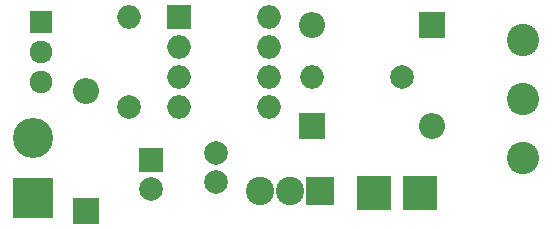
<source format=gbr>
G04 #@! TF.FileFunction,Soldermask,Bot*
%FSLAX46Y46*%
G04 Gerber Fmt 4.6, Leading zero omitted, Abs format (unit mm)*
G04 Created by KiCad (PCBNEW 4.0.7) date 01/30/18 23:47:30*
%MOMM*%
%LPD*%
G01*
G04 APERTURE LIST*
%ADD10C,0.100000*%
%ADD11R,2.000000X2.000000*%
%ADD12O,2.000000X2.000000*%
%ADD13C,2.000000*%
%ADD14R,3.400000X3.400000*%
%ADD15C,3.400000*%
%ADD16C,2.740000*%
%ADD17R,2.200000X2.200000*%
%ADD18O,2.200000X2.200000*%
%ADD19R,2.900000X2.900000*%
%ADD20R,2.400000X2.400000*%
%ADD21C,2.400000*%
%ADD22C,1.920000*%
%ADD23R,1.920000X1.920000*%
G04 APERTURE END LIST*
D10*
D11*
X115595400Y-73152000D03*
D12*
X123215400Y-80772000D03*
X115595400Y-75692000D03*
X123215400Y-78232000D03*
X115595400Y-78232000D03*
X123215400Y-75692000D03*
X115595400Y-80772000D03*
X123215400Y-73152000D03*
D13*
X118694200Y-84683600D03*
X118694200Y-87183600D03*
D11*
X113258600Y-85267800D03*
D13*
X113258600Y-87767800D03*
D14*
X103251000Y-88519000D03*
D15*
X103251000Y-83439000D03*
D13*
X111379000Y-80772000D03*
D12*
X111379000Y-73152000D03*
D13*
X134442200Y-78282800D03*
D12*
X126822200Y-78282800D03*
D16*
X144678400Y-75115400D03*
X144678400Y-80115400D03*
X144678400Y-85115400D03*
D17*
X137007600Y-73863200D03*
D18*
X126847600Y-73863200D03*
D17*
X126847600Y-82372200D03*
D18*
X137007600Y-82372200D03*
D17*
X107721400Y-89560400D03*
D18*
X107721400Y-79400400D03*
D19*
X136020000Y-88087200D03*
X132080000Y-88087200D03*
D20*
X127508000Y-87909400D03*
D21*
X124968000Y-87909400D03*
X122468000Y-87909400D03*
D22*
X103886000Y-76098400D03*
X103886000Y-78638400D03*
D23*
X103886000Y-73558400D03*
M02*

</source>
